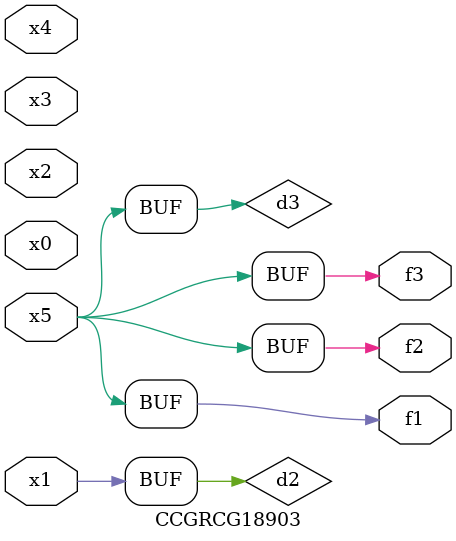
<source format=v>
module CCGRCG18903(
	input x0, x1, x2, x3, x4, x5,
	output f1, f2, f3
);

	wire d1, d2, d3;

	not (d1, x5);
	or (d2, x1);
	xnor (d3, d1);
	assign f1 = d3;
	assign f2 = d3;
	assign f3 = d3;
endmodule

</source>
